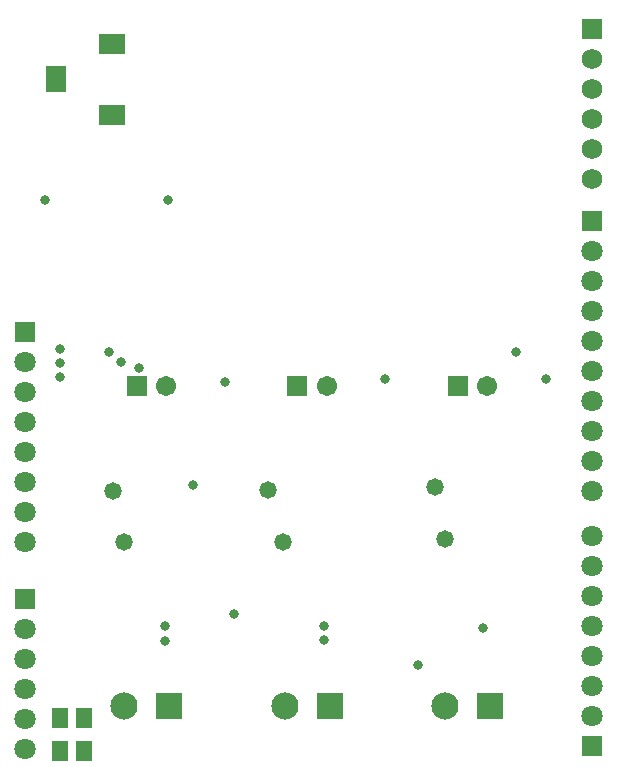
<source format=gbs>
G04*
G04 #@! TF.GenerationSoftware,Altium Limited,Altium Designer,20.0.9 (164)*
G04*
G04 Layer_Color=16711935*
%FSLAX25Y25*%
%MOIN*%
G70*
G01*
G75*
%ADD50C,0.07099*%
%ADD51R,0.07099X0.07099*%
%ADD52C,0.06902*%
%ADD53R,0.06902X0.06902*%
%ADD54R,0.09068X0.09068*%
%ADD55C,0.09068*%
%ADD56R,0.06706X0.06706*%
%ADD57C,0.06706*%
%ADD58R,0.06706X0.09068*%
%ADD59R,0.09068X0.06706*%
%ADD60C,0.05800*%
%ADD61C,0.03300*%
%ADD81R,0.05524X0.06509*%
D50*
X93500Y-8000D02*
D03*
Y2000D02*
D03*
Y22000D02*
D03*
Y42000D02*
D03*
Y52000D02*
D03*
Y32000D02*
D03*
Y12000D02*
D03*
Y-18000D02*
D03*
Y-28000D02*
D03*
X-95500Y-25000D02*
D03*
Y-5000D02*
D03*
Y15000D02*
D03*
Y5000D02*
D03*
Y-15000D02*
D03*
Y-35000D02*
D03*
Y-45000D02*
D03*
Y-94000D02*
D03*
Y-74000D02*
D03*
Y-84000D02*
D03*
Y-104000D02*
D03*
Y-114000D02*
D03*
X93500Y-63000D02*
D03*
Y-83000D02*
D03*
Y-103000D02*
D03*
Y-93000D02*
D03*
Y-73000D02*
D03*
Y-53000D02*
D03*
Y-43000D02*
D03*
D51*
Y62000D02*
D03*
X-95500Y25000D02*
D03*
Y-64000D02*
D03*
X93500Y-113000D02*
D03*
D52*
Y76000D02*
D03*
Y86000D02*
D03*
Y96000D02*
D03*
Y106000D02*
D03*
Y116000D02*
D03*
D53*
Y126000D02*
D03*
D54*
X-47500Y-99801D02*
D03*
X6000D02*
D03*
X59500D02*
D03*
D55*
X-62500D02*
D03*
X-9000D02*
D03*
X44500D02*
D03*
D56*
X48654Y7000D02*
D03*
X-58346D02*
D03*
X-4846D02*
D03*
D57*
X58496D02*
D03*
X-48504D02*
D03*
X4996D02*
D03*
D58*
X-85216Y109221D02*
D03*
D59*
X-66713Y121031D02*
D03*
Y97409D02*
D03*
D60*
X41000Y-26700D02*
D03*
X-14500Y-27800D02*
D03*
X-62500Y-45000D02*
D03*
X-66315Y-28000D02*
D03*
X44500Y-44000D02*
D03*
X-9500Y-45000D02*
D03*
D61*
X57100Y-73500D02*
D03*
X77894Y9445D02*
D03*
X-29000Y8500D02*
D03*
X24500Y9500D02*
D03*
X-57500Y13000D02*
D03*
X-67500Y18500D02*
D03*
X-63500Y15000D02*
D03*
X-84000Y14750D02*
D03*
Y19250D02*
D03*
Y10000D02*
D03*
X68000Y18500D02*
D03*
X4000Y-73000D02*
D03*
X-49000D02*
D03*
X-89000Y69000D02*
D03*
X-48000D02*
D03*
X-39500Y-25850D02*
D03*
X35500Y-86000D02*
D03*
X4000Y-77500D02*
D03*
X-26000Y-69000D02*
D03*
X-49000Y-78000D02*
D03*
D81*
X-76095Y-114540D02*
D03*
X-83969D02*
D03*
X-76095Y-103500D02*
D03*
X-83969D02*
D03*
M02*

</source>
